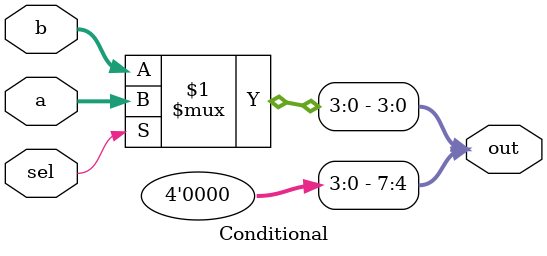
<source format=v>
module Conditional(a,b,sel,out);
	input [3:0]a,b;
	input sel;
	output [7:0]out;
	assign out = sel ? a : b; //if sel will be true ie 1, we will get a as out and if sel will be 0, we will get b as output
endmodule

</source>
